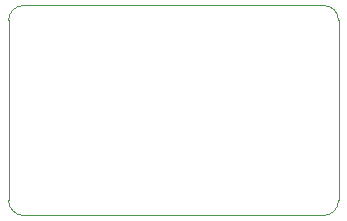
<source format=gbr>
G04 #@! TF.GenerationSoftware,KiCad,Pcbnew,(5.1.9-0-10_14)*
G04 #@! TF.CreationDate,2021-04-08T16:46:49-05:00*
G04 #@! TF.ProjectId,Switch Helper,53776974-6368-4204-9865-6c7065722e6b,1*
G04 #@! TF.SameCoordinates,Original*
G04 #@! TF.FileFunction,Profile,NP*
%FSLAX46Y46*%
G04 Gerber Fmt 4.6, Leading zero omitted, Abs format (unit mm)*
G04 Created by KiCad (PCBNEW (5.1.9-0-10_14)) date 2021-04-08 16:46:49*
%MOMM*%
%LPD*%
G01*
G04 APERTURE LIST*
G04 #@! TA.AperFunction,Profile*
%ADD10C,0.050000*%
G04 #@! TD*
G04 APERTURE END LIST*
D10*
X123190000Y-93980000D02*
X148590000Y-93980000D01*
X121920000Y-77470000D02*
X121920000Y-92710000D01*
X148590000Y-76200000D02*
X123190000Y-76200000D01*
X149860000Y-92710000D02*
X149860000Y-77470000D01*
X149860000Y-92710000D02*
G75*
G02*
X148590000Y-93980000I-1270000J0D01*
G01*
X123190000Y-93980000D02*
G75*
G02*
X121920000Y-92710000I0J1270000D01*
G01*
X121920000Y-77470000D02*
G75*
G02*
X123190000Y-76200000I1270000J0D01*
G01*
X148590000Y-76200000D02*
G75*
G02*
X149860000Y-77470000I0J-1270000D01*
G01*
M02*

</source>
